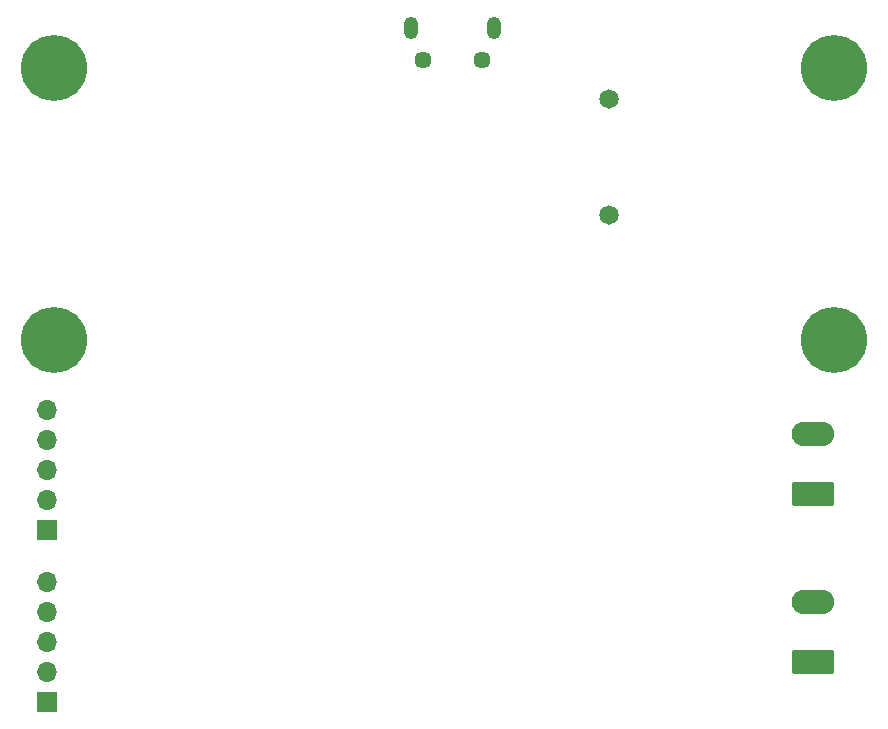
<source format=gbr>
%TF.GenerationSoftware,KiCad,Pcbnew,7.0.6-7.0.6~ubuntu22.04.1*%
%TF.CreationDate,2023-07-31T15:47:24-04:00*%
%TF.ProjectId,esp32_sensor_board,65737033-325f-4736-956e-736f725f626f,rev?*%
%TF.SameCoordinates,Original*%
%TF.FileFunction,Soldermask,Bot*%
%TF.FilePolarity,Negative*%
%FSLAX46Y46*%
G04 Gerber Fmt 4.6, Leading zero omitted, Abs format (unit mm)*
G04 Created by KiCad (PCBNEW 7.0.6-7.0.6~ubuntu22.04.1) date 2023-07-31 15:47:24*
%MOMM*%
%LPD*%
G01*
G04 APERTURE LIST*
G04 Aperture macros list*
%AMRoundRect*
0 Rectangle with rounded corners*
0 $1 Rounding radius*
0 $2 $3 $4 $5 $6 $7 $8 $9 X,Y pos of 4 corners*
0 Add a 4 corners polygon primitive as box body*
4,1,4,$2,$3,$4,$5,$6,$7,$8,$9,$2,$3,0*
0 Add four circle primitives for the rounded corners*
1,1,$1+$1,$2,$3*
1,1,$1+$1,$4,$5*
1,1,$1+$1,$6,$7*
1,1,$1+$1,$8,$9*
0 Add four rect primitives between the rounded corners*
20,1,$1+$1,$2,$3,$4,$5,0*
20,1,$1+$1,$4,$5,$6,$7,0*
20,1,$1+$1,$6,$7,$8,$9,0*
20,1,$1+$1,$8,$9,$2,$3,0*%
G04 Aperture macros list end*
%ADD10C,5.600000*%
%ADD11R,1.700000X1.700000*%
%ADD12O,1.700000X1.700000*%
%ADD13RoundRect,0.249999X1.550001X-0.790001X1.550001X0.790001X-1.550001X0.790001X-1.550001X-0.790001X0*%
%ADD14O,3.600000X2.080000*%
%ADD15C,1.640000*%
%ADD16O,1.200000X1.900000*%
%ADD17C,1.450000*%
G04 APERTURE END LIST*
D10*
%TO.C,H104*%
X90500000Y-75000000D03*
%TD*%
%TO.C,H103*%
X156500000Y-75000000D03*
%TD*%
%TO.C,H102*%
X156500000Y-98000000D03*
%TD*%
%TO.C,H101*%
X90500000Y-98000000D03*
%TD*%
D11*
%TO.C,J502*%
X89900000Y-128630000D03*
D12*
X89900000Y-126090000D03*
X89900000Y-123550000D03*
X89900000Y-121010000D03*
X89900000Y-118470000D03*
%TD*%
D13*
%TO.C,J102*%
X154722500Y-111040000D03*
D14*
X154722500Y-105960000D03*
%TD*%
D11*
%TO.C,J501*%
X89900000Y-114130000D03*
D12*
X89900000Y-111590000D03*
X89900000Y-109050000D03*
X89900000Y-106510000D03*
X89900000Y-103970000D03*
%TD*%
D13*
%TO.C,J101*%
X154722500Y-125250000D03*
D14*
X154722500Y-120170000D03*
%TD*%
D15*
%TO.C,J302*%
X137500000Y-77600000D03*
X137500000Y-87400000D03*
%TD*%
D16*
%TO.C,J301*%
X127700000Y-71602500D03*
D17*
X126700000Y-74302500D03*
X121700000Y-74302500D03*
D16*
X120700000Y-71602500D03*
%TD*%
M02*

</source>
